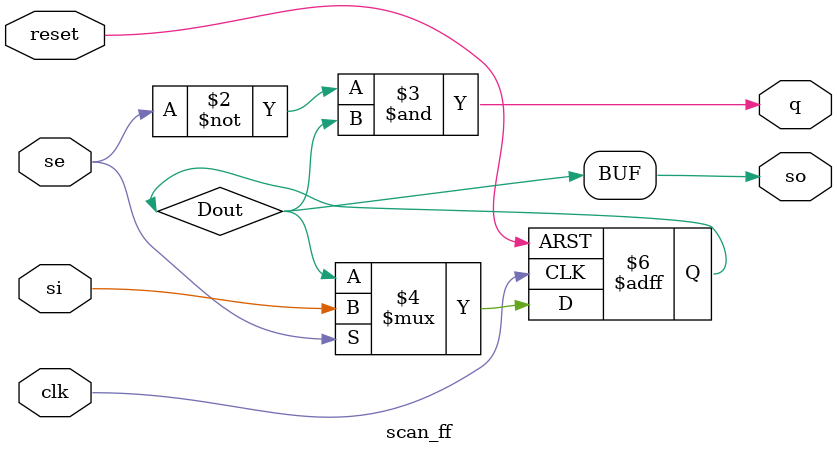
<source format=sv>
module scan_ff(
    input  wire clk,      // Clock
    input  wire reset,    // Asynchronous active-high reset
    input  wire se,       // Scan enable
    input  wire si,       // Scan input
    output wire q,        // Output when scan disabled
    output wire so        // Output when scan enabled
);

    reg Dout;

    // Sequential logic with asynchronous reset
    always @(negedge clk or posedge reset) begin
        if (reset)
            Dout <= 1'b0;
        else if (se)
            Dout <= si;
    end

    // Output logic
    and and_gate (q,~se,Dout);
    assign so = Dout;

endmodule

</source>
